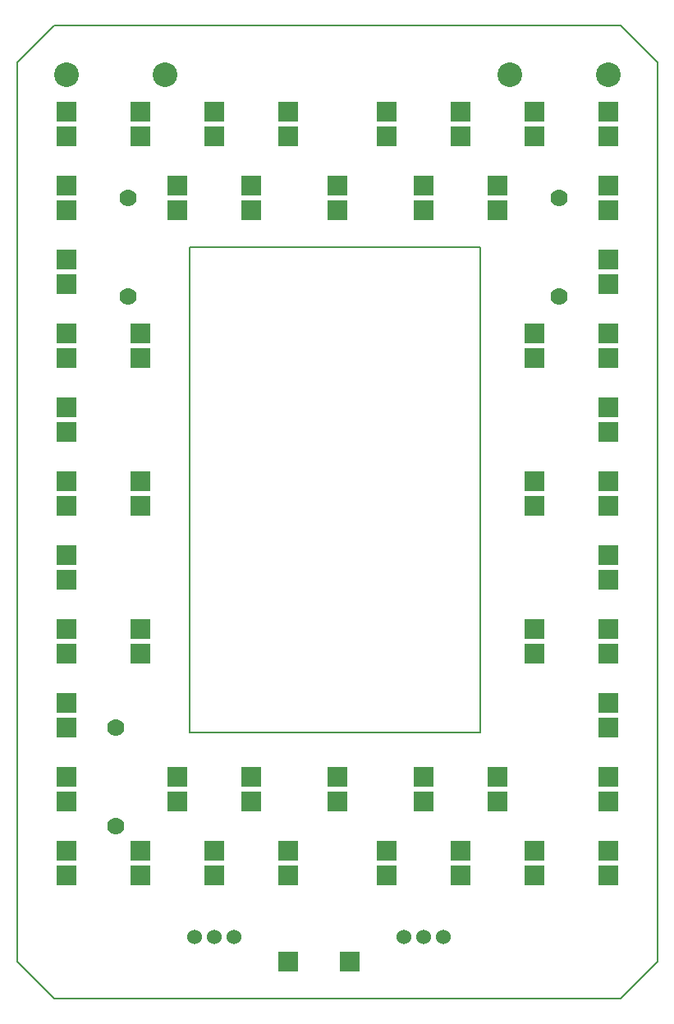
<source format=gbr>
G04 PROTEUS RS274X GERBER FILE*
%FSLAX45Y45*%
%MOMM*%
G01*
%ADD10R,2.032000X2.032000*%
%ADD11C,2.540000*%
%ADD12C,1.778000*%
%ADD13C,1.524000*%
%ADD14C,0.203200*%
D10*
X-1270000Y-127000D03*
X-1270000Y-381000D03*
X-1270000Y-889000D03*
X-1270000Y-1143000D03*
X-1270000Y-1651000D03*
X-1270000Y-1905000D03*
X-1270000Y-2413000D03*
X-1270000Y-2667000D03*
X-1270000Y-3175000D03*
X-1270000Y-3429000D03*
X-1270000Y-3937000D03*
X-1270000Y-4191000D03*
X-1270000Y-4699000D03*
X-1270000Y-4953000D03*
X-1270000Y-5461000D03*
X-1270000Y-5715000D03*
X-1270000Y-6223000D03*
X-1270000Y-6477000D03*
X-1270000Y+635000D03*
X-1270000Y+381000D03*
X-1270000Y+1397000D03*
X-1270000Y+1143000D03*
X+4318000Y-127000D03*
X+4318000Y-381000D03*
X+4318000Y-889000D03*
X+4318000Y-1143000D03*
X+4318000Y-1651000D03*
X+4318000Y-1905000D03*
X+4318000Y-2413000D03*
X+4318000Y-2667000D03*
X+4318000Y-3175000D03*
X+4318000Y-3429000D03*
X+4318000Y-3937000D03*
X+4318000Y-4191000D03*
X+4318000Y-4699000D03*
X+4318000Y-4953000D03*
X+4318000Y-5461000D03*
X+4318000Y-5715000D03*
X+4318000Y-6223000D03*
X+4318000Y-6477000D03*
X+4318000Y+635000D03*
X+4318000Y+381000D03*
X+4318000Y+1397000D03*
X+4318000Y+1143000D03*
X-508000Y+1397000D03*
X-508000Y+1143000D03*
X+254000Y+1397000D03*
X+254000Y+1143000D03*
X+2032000Y+1397000D03*
X+2032000Y+1143000D03*
X+2794000Y+1397000D03*
X+2794000Y+1143000D03*
X+3556000Y+1397000D03*
X+3556000Y+1143000D03*
X+1016000Y+1397000D03*
X+1016000Y+1143000D03*
X-127000Y+635000D03*
X-127000Y+381000D03*
X+635000Y+635000D03*
X+635000Y+381000D03*
X+1524000Y+635000D03*
X+1524000Y+381000D03*
X+2413000Y+635000D03*
X+2413000Y+381000D03*
X+3175000Y+635000D03*
X+3175000Y+381000D03*
X-508000Y-6223000D03*
X-508000Y-6477000D03*
X+254000Y-6223000D03*
X+254000Y-6477000D03*
X+1016000Y-6223000D03*
X+1016000Y-6477000D03*
X+3556000Y-6223000D03*
X+3556000Y-6477000D03*
X+2794000Y-6223000D03*
X+2794000Y-6477000D03*
X+2032000Y-6223000D03*
X+2032000Y-6477000D03*
X-127000Y-5461000D03*
X-127000Y-5715000D03*
X+635000Y-5461000D03*
X+635000Y-5715000D03*
X+1524000Y-5461000D03*
X+1524000Y-5715000D03*
X+2413000Y-5461000D03*
X+2413000Y-5715000D03*
X+3175000Y-5461000D03*
X+3175000Y-5715000D03*
X-508000Y-889000D03*
X-508000Y-1143000D03*
X-508000Y-2413000D03*
X-508000Y-2667000D03*
X-508000Y-3937000D03*
X-508000Y-4191000D03*
X+3556000Y-1143000D03*
X+3556000Y-889000D03*
X+3556000Y-2667000D03*
X+3556000Y-2413000D03*
X+3556000Y-4191000D03*
X+3556000Y-3937000D03*
D11*
X-254000Y+1778000D03*
X-1270000Y+1778000D03*
X+4318000Y+1778000D03*
X+3302000Y+1778000D03*
D12*
X-635000Y+508000D03*
X-635000Y-508000D03*
X+3810000Y+508000D03*
X+3810000Y-508000D03*
X-762000Y-4953000D03*
X-762000Y-5969000D03*
D13*
X+457200Y-7112000D03*
X+254000Y-7112000D03*
X+50800Y-7112000D03*
X+2209800Y-7112000D03*
X+2413000Y-7112000D03*
X+2616200Y-7112000D03*
D10*
X+1016000Y-7366000D03*
X+1651000Y-7366000D03*
D14*
X+0Y-5000000D02*
X+3000000Y-5000000D01*
X+3000000Y+0D01*
X+0Y+0D01*
X+0Y-5000000D01*
X-1778000Y+1905000D02*
X-1397000Y+2286000D01*
X+4445000Y+2286000D02*
X+4826000Y+1905000D01*
X+4826000Y-7366000D02*
X+4445000Y-7747000D01*
X-1778000Y-7366000D02*
X-1397000Y-7747000D01*
X+4445000Y-7747000D01*
X+4826000Y-7366000D02*
X+4826000Y+1905000D01*
X+4445000Y+2286000D02*
X-1397000Y+2286000D01*
X-1778000Y+1905000D02*
X-1778000Y-7366000D01*
M02*

</source>
